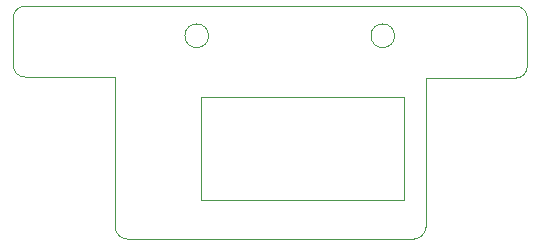
<source format=gbr>
G04 #@! TF.GenerationSoftware,KiCad,Pcbnew,9.0.2*
G04 #@! TF.CreationDate,2025-08-20T20:27:39-04:00*
G04 #@! TF.ProjectId,Trackball,54726163-6b62-4616-9c6c-2e6b69636164,rev?*
G04 #@! TF.SameCoordinates,Original*
G04 #@! TF.FileFunction,Profile,NP*
%FSLAX46Y46*%
G04 Gerber Fmt 4.6, Leading zero omitted, Abs format (unit mm)*
G04 Created by KiCad (PCBNEW 9.0.2) date 2025-08-20 20:27:39*
%MOMM*%
%LPD*%
G01*
G04 APERTURE LIST*
G04 #@! TA.AperFunction,Profile*
%ADD10C,0.050000*%
G04 #@! TD*
G04 #@! TA.AperFunction,Profile*
%ADD11C,0.100000*%
G04 #@! TD*
G04 APERTURE END LIST*
D10*
X93857107Y-161100000D02*
X135400000Y-161100000D01*
X127800000Y-167200000D02*
X127792203Y-179791466D01*
X101500000Y-167100000D02*
X101500006Y-179800000D01*
X101499944Y-167100000D02*
X93857107Y-167100000D01*
X92857107Y-162100000D02*
G75*
G02*
X93857107Y-161100007I999993J0D01*
G01*
X127800000Y-167200000D02*
X135392893Y-167200000D01*
X135400000Y-161100000D02*
G75*
G02*
X136400000Y-162100000I0J-1000000D01*
G01*
X125150000Y-163600000D02*
G75*
G02*
X123150000Y-163600000I-1000000J0D01*
G01*
X123150000Y-163600000D02*
G75*
G02*
X125150000Y-163600000I1000000J0D01*
G01*
X93857107Y-167100000D02*
G75*
G02*
X92857100Y-166100000I-7J1000000D01*
G01*
X127792107Y-179791466D02*
G75*
G02*
X126792109Y-180793709I-1000007J-2234D01*
G01*
X109400000Y-163600000D02*
G75*
G02*
X107400000Y-163600000I-1000000J0D01*
G01*
X107400000Y-163600000D02*
G75*
G02*
X109400000Y-163600000I1000000J0D01*
G01*
X136392893Y-166192893D02*
G75*
G02*
X135392893Y-167192893I-999993J-7D01*
G01*
X102499998Y-180797797D02*
G75*
G02*
X101500005Y-179800000I2J999997D01*
G01*
X92857107Y-166100000D02*
X92857107Y-162100000D01*
X126785620Y-180793688D02*
X102499998Y-180797797D01*
X136392892Y-166192893D02*
X136400000Y-162100000D01*
D11*
X125952000Y-168800000D02*
X108752000Y-168800000D01*
X108752000Y-177500000D01*
X125952000Y-177500000D01*
X125952000Y-168800000D01*
M02*

</source>
